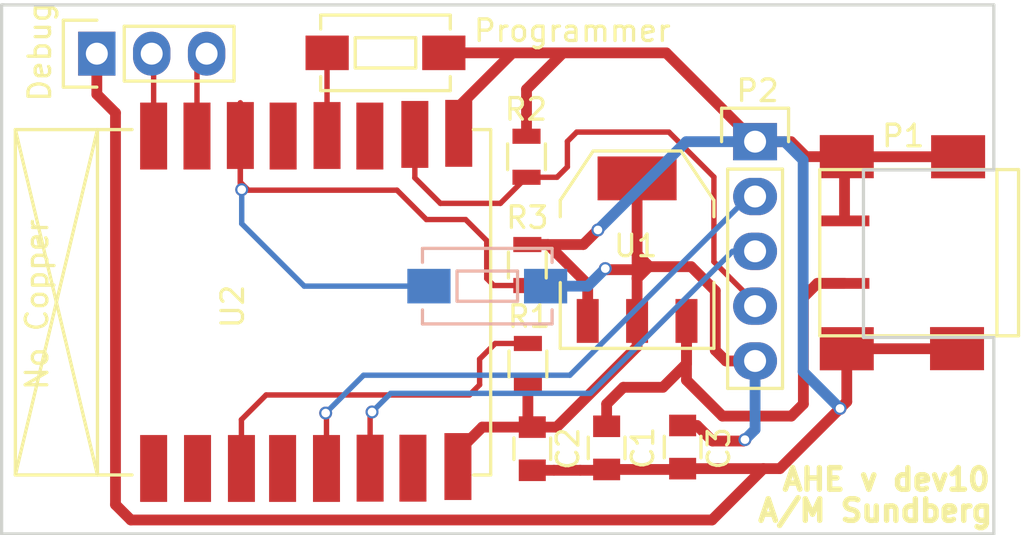
<source format=kicad_pcb>
(kicad_pcb (version 4) (host pcbnew 4.0.4-stable)

  (general
    (links 33)
    (no_connects 0)
    (area 157.5391 86.3629 206.116001 121.3567)
    (thickness 1.6)
    (drawings 11)
    (tracks 151)
    (zones 0)
    (modules 13)
    (nets 12)
  )

  (page A4)
  (layers
    (0 F.Cu signal)
    (31 B.Cu signal)
    (32 B.Adhes user)
    (33 F.Adhes user)
    (34 B.Paste user)
    (35 F.Paste user)
    (36 B.SilkS user)
    (37 F.SilkS user)
    (38 B.Mask user)
    (39 F.Mask user)
    (40 Dwgs.User user)
    (41 Cmts.User user)
    (42 Eco1.User user)
    (43 Eco2.User user)
    (44 Edge.Cuts user)
    (45 Margin user)
    (46 B.CrtYd user)
    (47 F.CrtYd user)
    (48 B.Fab user)
    (49 F.Fab user)
  )

  (setup
    (last_trace_width 0.25)
    (trace_clearance 0.2)
    (zone_clearance 0.508)
    (zone_45_only no)
    (trace_min 0.2)
    (segment_width 0.2)
    (edge_width 0.15)
    (via_size 0.6)
    (via_drill 0.4)
    (via_min_size 0.4)
    (via_min_drill 0.3)
    (uvia_size 0.3)
    (uvia_drill 0.1)
    (uvias_allowed no)
    (uvia_min_size 0.2)
    (uvia_min_drill 0.1)
    (pcb_text_width 0.3)
    (pcb_text_size 1.5 1.5)
    (mod_edge_width 0.15)
    (mod_text_size 1 1)
    (mod_text_width 0.15)
    (pad_size 1.524 1.524)
    (pad_drill 0.762)
    (pad_to_mask_clearance 0.2)
    (aux_axis_origin 0 0)
    (visible_elements 7FFFFFFF)
    (pcbplotparams
      (layerselection 0x00030_80000001)
      (usegerberextensions false)
      (excludeedgelayer true)
      (linewidth 0.100000)
      (plotframeref false)
      (viasonmask false)
      (mode 1)
      (useauxorigin false)
      (hpglpennumber 1)
      (hpglpenspeed 20)
      (hpglpendiameter 15)
      (hpglpenoverlay 2)
      (psnegative false)
      (psa4output false)
      (plotreference true)
      (plotvalue true)
      (plotinvisibletext false)
      (padsonsilk false)
      (subtractmaskfromsilk false)
      (outputformat 1)
      (mirror false)
      (drillshape 1)
      (scaleselection 1)
      (outputdirectory ""))
  )

  (net 0 "")
  (net 1 +5V)
  (net 2 GND)
  (net 3 VCC)
  (net 4 "Net-(JP1-Pad1)")
  (net 5 SCLK)
  (net 6 MISO)
  (net 7 SS)
  (net 8 RX)
  (net 9 TX)
  (net 10 "Net-(R1-Pad1)")
  (net 11 "Net-(R3-Pad2)")

  (net_class Default "This is the default net class."
    (clearance 0.2)
    (trace_width 0.25)
    (via_dia 0.6)
    (via_drill 0.4)
    (uvia_dia 0.3)
    (uvia_drill 0.1)
    (add_net MISO)
    (add_net "Net-(JP1-Pad1)")
    (add_net "Net-(R1-Pad1)")
    (add_net "Net-(R3-Pad2)")
    (add_net RX)
    (add_net SCLK)
    (add_net SS)
    (add_net TX)
  )

  (net_class Gnd ""
    (clearance 0.2)
    (trace_width 0.5)
    (via_dia 0.6)
    (via_drill 0.4)
    (uvia_dia 0.3)
    (uvia_drill 0.1)
    (add_net +5V)
    (add_net GND)
    (add_net VCC)
  )

  (module ASKicadLib:USB_Mini-B_AS (layer F.Cu) (tedit 5842F73B) (tstamp 5842B4F7)
    (at 201.676 102.4509 180)
    (descr "USB Mini-B 5-pin SMD connector")
    (tags "USB USB_B USB_Mini connector")
    (path /5824E589)
    (attr smd)
    (fp_text reference P1 (at 0.7366 5.4102 180) (layer F.SilkS)
      (effects (font (size 1 1) (thickness 0.15)))
    )
    (fp_text value Power (at 32.0167 -5.7531 180) (layer F.Fab) hide
      (effects (font (size 1 1) (thickness 0.15)))
    )
    (fp_line (start -4.85 -5.7) (end 4.85 -5.7) (layer F.CrtYd) (width 0.05))
    (fp_line (start 4.85 -5.7) (end 4.85 5.7) (layer F.CrtYd) (width 0.05))
    (fp_line (start 4.85 5.7) (end -4.85 5.7) (layer F.CrtYd) (width 0.05))
    (fp_line (start -4.85 5.7) (end -4.85 -5.7) (layer F.CrtYd) (width 0.05))
    (fp_line (start -3.59918 -3.85064) (end -3.59918 3.85064) (layer F.SilkS) (width 0.15))
    (fp_line (start -4.59994 -3.85064) (end -4.59994 3.85064) (layer F.SilkS) (width 0.15))
    (fp_line (start -4.59994 3.85064) (end 4.59994 3.85064) (layer F.SilkS) (width 0.15))
    (fp_line (start 4.59994 3.85064) (end 4.59994 -3.85064) (layer F.SilkS) (width 0.15))
    (fp_line (start 4.59994 -3.85064) (end -4.59994 -3.85064) (layer F.SilkS) (width 0.15))
    (pad 1 smd rect (at 3.4544 -1.4224 180) (size 2.30124 0.50038) (layers F.Cu F.Paste F.Mask)
      (net 1 +5V))
    (pad 5 smd rect (at 3.4544 1.4732 180) (size 2.30124 0.50038) (layers F.Cu F.Paste F.Mask)
      (net 2 GND))
    (pad 6 smd rect (at 3.35026 -4.45008 180) (size 2.49936 1.99898) (layers F.Cu F.Paste F.Mask)
      (net 2 GND))
    (pad 6 smd rect (at -1.7526 -4.445 180) (size 2.49936 1.99898) (layers F.Cu F.Paste F.Mask)
      (net 2 GND))
    (pad 6 smd rect (at 3.35026 4.45008 180) (size 2.49936 1.99898) (layers F.Cu F.Paste F.Mask)
      (net 2 GND))
    (pad 6 smd rect (at -1.8034 4.445 180) (size 2.49936 1.99898) (layers F.Cu F.Paste F.Mask)
      (net 2 GND))
  )

  (module Capacitors_SMD:C_0805 (layer F.Cu) (tedit 5842F70B) (tstamp 583B2021)
    (at 187.2107 111.4933 270)
    (descr "Capacitor SMD 0805, reflow soldering, AVX (see smccp.pdf)")
    (tags "capacitor 0805")
    (path /5824E356)
    (attr smd)
    (fp_text reference C1 (at 0 -1.6764 270) (layer F.SilkS)
      (effects (font (size 1 1) (thickness 0.15)))
    )
    (fp_text value C (at -2.6416 18.1229 270) (layer F.Fab) hide
      (effects (font (size 1 1) (thickness 0.15)))
    )
    (fp_line (start -1 0.625) (end -1 -0.625) (layer F.Fab) (width 0.15))
    (fp_line (start 1 0.625) (end -1 0.625) (layer F.Fab) (width 0.15))
    (fp_line (start 1 -0.625) (end 1 0.625) (layer F.Fab) (width 0.15))
    (fp_line (start -1 -0.625) (end 1 -0.625) (layer F.Fab) (width 0.15))
    (fp_line (start -1.8 -1) (end 1.8 -1) (layer F.CrtYd) (width 0.05))
    (fp_line (start -1.8 1) (end 1.8 1) (layer F.CrtYd) (width 0.05))
    (fp_line (start -1.8 -1) (end -1.8 1) (layer F.CrtYd) (width 0.05))
    (fp_line (start 1.8 -1) (end 1.8 1) (layer F.CrtYd) (width 0.05))
    (fp_line (start 0.5 -0.85) (end -0.5 -0.85) (layer F.SilkS) (width 0.15))
    (fp_line (start -0.5 0.85) (end 0.5 0.85) (layer F.SilkS) (width 0.15))
    (pad 1 smd rect (at -1 0 270) (size 1 1.25) (layers F.Cu F.Paste F.Mask)
      (net 1 +5V))
    (pad 2 smd rect (at 1 0 270) (size 1 1.25) (layers F.Cu F.Paste F.Mask)
      (net 2 GND))
    (model Capacitors_SMD.3dshapes/C_0805.wrl
      (at (xyz 0 0 0))
      (scale (xyz 1 1 1))
      (rotate (xyz 0 0 0))
    )
  )

  (module Capacitors_SMD:C_0805 (layer F.Cu) (tedit 5842F708) (tstamp 583B2027)
    (at 183.769 111.5314 270)
    (descr "Capacitor SMD 0805, reflow soldering, AVX (see smccp.pdf)")
    (tags "capacitor 0805")
    (path /5824E3C5)
    (attr smd)
    (fp_text reference C2 (at 0 -1.651 270) (layer F.SilkS)
      (effects (font (size 1 1) (thickness 0.15)))
    )
    (fp_text value C (at -2.7559 14.7193 270) (layer F.Fab) hide
      (effects (font (size 1 1) (thickness 0.15)))
    )
    (fp_line (start -1 0.625) (end -1 -0.625) (layer F.Fab) (width 0.15))
    (fp_line (start 1 0.625) (end -1 0.625) (layer F.Fab) (width 0.15))
    (fp_line (start 1 -0.625) (end 1 0.625) (layer F.Fab) (width 0.15))
    (fp_line (start -1 -0.625) (end 1 -0.625) (layer F.Fab) (width 0.15))
    (fp_line (start -1.8 -1) (end 1.8 -1) (layer F.CrtYd) (width 0.05))
    (fp_line (start -1.8 1) (end 1.8 1) (layer F.CrtYd) (width 0.05))
    (fp_line (start -1.8 -1) (end -1.8 1) (layer F.CrtYd) (width 0.05))
    (fp_line (start 1.8 -1) (end 1.8 1) (layer F.CrtYd) (width 0.05))
    (fp_line (start 0.5 -0.85) (end -0.5 -0.85) (layer F.SilkS) (width 0.15))
    (fp_line (start -0.5 0.85) (end 0.5 0.85) (layer F.SilkS) (width 0.15))
    (pad 1 smd rect (at -1 0 270) (size 1 1.25) (layers F.Cu F.Paste F.Mask)
      (net 3 VCC))
    (pad 2 smd rect (at 1 0 270) (size 1 1.25) (layers F.Cu F.Paste F.Mask)
      (net 2 GND))
    (model Capacitors_SMD.3dshapes/C_0805.wrl
      (at (xyz 0 0 0))
      (scale (xyz 1 1 1))
      (rotate (xyz 0 0 0))
    )
  )

  (module Pin_Headers:Pin_Header_Straight_1x05 (layer F.Cu) (tedit 5842F73E) (tstamp 583B2043)
    (at 194.0814 97.3074)
    (descr "Through hole pin header")
    (tags "pin header")
    (path /5824E6C8)
    (fp_text reference P2 (at 0.1143 -2.3622) (layer F.SilkS)
      (effects (font (size 1 1) (thickness 0.15)))
    )
    (fp_text value Audio (at -24.9555 11.2014) (layer F.Fab) hide
      (effects (font (size 1 1) (thickness 0.15)))
    )
    (fp_line (start -1.55 0) (end -1.55 -1.55) (layer F.SilkS) (width 0.15))
    (fp_line (start -1.55 -1.55) (end 1.55 -1.55) (layer F.SilkS) (width 0.15))
    (fp_line (start 1.55 -1.55) (end 1.55 0) (layer F.SilkS) (width 0.15))
    (fp_line (start -1.75 -1.75) (end -1.75 11.95) (layer F.CrtYd) (width 0.05))
    (fp_line (start 1.75 -1.75) (end 1.75 11.95) (layer F.CrtYd) (width 0.05))
    (fp_line (start -1.75 -1.75) (end 1.75 -1.75) (layer F.CrtYd) (width 0.05))
    (fp_line (start -1.75 11.95) (end 1.75 11.95) (layer F.CrtYd) (width 0.05))
    (fp_line (start 1.27 1.27) (end 1.27 11.43) (layer F.SilkS) (width 0.15))
    (fp_line (start 1.27 11.43) (end -1.27 11.43) (layer F.SilkS) (width 0.15))
    (fp_line (start -1.27 11.43) (end -1.27 1.27) (layer F.SilkS) (width 0.15))
    (fp_line (start 1.27 1.27) (end -1.27 1.27) (layer F.SilkS) (width 0.15))
    (pad 1 thru_hole rect (at 0 0) (size 2.032 1.7272) (drill 1.016) (layers *.Cu *.Mask)
      (net 2 GND))
    (pad 2 thru_hole oval (at 0 2.54) (size 2.032 1.7272) (drill 1.016) (layers *.Cu *.Mask)
      (net 5 SCLK))
    (pad 3 thru_hole oval (at 0 5.08) (size 2.032 1.7272) (drill 1.016) (layers *.Cu *.Mask)
      (net 6 MISO))
    (pad 4 thru_hole oval (at 0 7.62) (size 2.032 1.7272) (drill 1.016) (layers *.Cu *.Mask)
      (net 7 SS))
    (pad 5 thru_hole oval (at 0 10.16) (size 2.032 1.7272) (drill 1.016) (layers *.Cu *.Mask)
      (net 3 VCC))
    (model Pin_Headers.3dshapes/Pin_Header_Straight_1x05.wrl
      (at (xyz 0 -0.2 0))
      (scale (xyz 1 1 1))
      (rotate (xyz 0 0 90))
    )
  )

  (module Resistors_SMD:R_0805 (layer F.Cu) (tedit 5842FDFB) (tstamp 583B2050)
    (at 183.5658 107.6071 270)
    (descr "Resistor SMD 0805, reflow soldering, Vishay (see dcrcw.pdf)")
    (tags "resistor 0805")
    (path /5824D0BF)
    (attr smd)
    (fp_text reference R1 (at -2.1971 -0.0508 360) (layer F.SilkS)
      (effects (font (size 1 1) (thickness 0.15)))
    )
    (fp_text value 10k (at 0.2413 12.79652 270) (layer F.Fab) hide
      (effects (font (size 1 1) (thickness 0.15)))
    )
    (fp_line (start -1 0.625) (end -1 -0.625) (layer F.Fab) (width 0.1))
    (fp_line (start 1 0.625) (end -1 0.625) (layer F.Fab) (width 0.1))
    (fp_line (start 1 -0.625) (end 1 0.625) (layer F.Fab) (width 0.1))
    (fp_line (start -1 -0.625) (end 1 -0.625) (layer F.Fab) (width 0.1))
    (fp_line (start -1.6 -1) (end 1.6 -1) (layer F.CrtYd) (width 0.05))
    (fp_line (start -1.6 1) (end 1.6 1) (layer F.CrtYd) (width 0.05))
    (fp_line (start -1.6 -1) (end -1.6 1) (layer F.CrtYd) (width 0.05))
    (fp_line (start 1.6 -1) (end 1.6 1) (layer F.CrtYd) (width 0.05))
    (fp_line (start 0.6 0.875) (end -0.6 0.875) (layer F.SilkS) (width 0.15))
    (fp_line (start -0.6 -0.875) (end 0.6 -0.875) (layer F.SilkS) (width 0.15))
    (pad 1 smd rect (at -0.95 0 270) (size 0.7 1.3) (layers F.Cu F.Paste F.Mask)
      (net 10 "Net-(R1-Pad1)"))
    (pad 2 smd rect (at 0.95 0 270) (size 0.7 1.3) (layers F.Cu F.Paste F.Mask)
      (net 3 VCC))
    (model Resistors_SMD.3dshapes/R_0805.wrl
      (at (xyz 0 0 0))
      (scale (xyz 1 1 1))
      (rotate (xyz 0 0 0))
    )
  )

  (module Resistors_SMD:R_0805 (layer F.Cu) (tedit 5842FE9C) (tstamp 583B2056)
    (at 183.5023 98.0059 90)
    (descr "Resistor SMD 0805, reflow soldering, Vishay (see dcrcw.pdf)")
    (tags "resistor 0805")
    (path /5824D172)
    (attr smd)
    (fp_text reference R2 (at 2.1971 -0.0254 180) (layer F.SilkS)
      (effects (font (size 1 1) (thickness 0.15)))
    )
    (fp_text value 10k (at -11.15314 -14.4145 90) (layer F.Fab) hide
      (effects (font (size 1 1) (thickness 0.15)))
    )
    (fp_line (start -1 0.625) (end -1 -0.625) (layer F.Fab) (width 0.1))
    (fp_line (start 1 0.625) (end -1 0.625) (layer F.Fab) (width 0.1))
    (fp_line (start 1 -0.625) (end 1 0.625) (layer F.Fab) (width 0.1))
    (fp_line (start -1 -0.625) (end 1 -0.625) (layer F.Fab) (width 0.1))
    (fp_line (start -1.6 -1) (end 1.6 -1) (layer F.CrtYd) (width 0.05))
    (fp_line (start -1.6 1) (end 1.6 1) (layer F.CrtYd) (width 0.05))
    (fp_line (start -1.6 -1) (end -1.6 1) (layer F.CrtYd) (width 0.05))
    (fp_line (start 1.6 -1) (end 1.6 1) (layer F.CrtYd) (width 0.05))
    (fp_line (start 0.6 0.875) (end -0.6 0.875) (layer F.SilkS) (width 0.15))
    (fp_line (start -0.6 -0.875) (end 0.6 -0.875) (layer F.SilkS) (width 0.15))
    (pad 1 smd rect (at -0.95 0 90) (size 0.7 1.3) (layers F.Cu F.Paste F.Mask)
      (net 7 SS))
    (pad 2 smd rect (at 0.95 0 90) (size 0.7 1.3) (layers F.Cu F.Paste F.Mask)
      (net 2 GND))
    (model Resistors_SMD.3dshapes/R_0805.wrl
      (at (xyz 0 0 0))
      (scale (xyz 1 1 1))
      (rotate (xyz 0 0 0))
    )
  )

  (module Resistors_SMD:R_0805 (layer F.Cu) (tedit 5842FE97) (tstamp 583B205C)
    (at 183.5404 103.0224 270)
    (descr "Resistor SMD 0805, reflow soldering, Vishay (see dcrcw.pdf)")
    (tags "resistor 0805")
    (path /5824DE0A)
    (attr smd)
    (fp_text reference R3 (at -2.1971 0 360) (layer F.SilkS)
      (effects (font (size 1 1) (thickness 0.15)))
    )
    (fp_text value 10k (at 5.53212 14.31544 270) (layer F.Fab) hide
      (effects (font (size 1 1) (thickness 0.15)))
    )
    (fp_line (start -1 0.625) (end -1 -0.625) (layer F.Fab) (width 0.1))
    (fp_line (start 1 0.625) (end -1 0.625) (layer F.Fab) (width 0.1))
    (fp_line (start 1 -0.625) (end 1 0.625) (layer F.Fab) (width 0.1))
    (fp_line (start -1 -0.625) (end 1 -0.625) (layer F.Fab) (width 0.1))
    (fp_line (start -1.6 -1) (end 1.6 -1) (layer F.CrtYd) (width 0.05))
    (fp_line (start -1.6 1) (end 1.6 1) (layer F.CrtYd) (width 0.05))
    (fp_line (start -1.6 -1) (end -1.6 1) (layer F.CrtYd) (width 0.05))
    (fp_line (start 1.6 -1) (end 1.6 1) (layer F.CrtYd) (width 0.05))
    (fp_line (start 0.6 0.875) (end -0.6 0.875) (layer F.SilkS) (width 0.15))
    (fp_line (start -0.6 -0.875) (end 0.6 -0.875) (layer F.SilkS) (width 0.15))
    (pad 1 smd rect (at -0.95 0 270) (size 0.7 1.3) (layers F.Cu F.Paste F.Mask)
      (net 2 GND))
    (pad 2 smd rect (at 0.95 0 270) (size 0.7 1.3) (layers F.Cu F.Paste F.Mask)
      (net 11 "Net-(R3-Pad2)"))
    (model Resistors_SMD.3dshapes/R_0805.wrl
      (at (xyz 0 0 0))
      (scale (xyz 1 1 1))
      (rotate (xyz 0 0 0))
    )
  )

  (module TO_SOT_Packages_SMD:SOT-223 (layer F.Cu) (tedit 5842F54B) (tstamp 583B206A)
    (at 188.6204 102.3112)
    (descr "module CMS SOT223 4 pins")
    (tags "CMS SOT")
    (path /5824E18B)
    (attr smd)
    (fp_text reference U1 (at -0.0635 -0.1778) (layer F.SilkS)
      (effects (font (size 1 1) (thickness 0.15)))
    )
    (fp_text value LM1117-3.3 (at -16.0909 3.7719) (layer F.Fab) hide
      (effects (font (size 1 1) (thickness 0.15)))
    )
    (fp_line (start -3.556 1.524) (end -3.556 4.572) (layer F.SilkS) (width 0.15))
    (fp_line (start -3.556 4.572) (end 3.556 4.572) (layer F.SilkS) (width 0.15))
    (fp_line (start 3.556 4.572) (end 3.556 1.524) (layer F.SilkS) (width 0.15))
    (fp_line (start -3.556 -1.524) (end -3.556 -2.286) (layer F.SilkS) (width 0.15))
    (fp_line (start -3.556 -2.286) (end -2.032 -4.572) (layer F.SilkS) (width 0.15))
    (fp_line (start -2.032 -4.572) (end 2.032 -4.572) (layer F.SilkS) (width 0.15))
    (fp_line (start 2.032 -4.572) (end 3.556 -2.286) (layer F.SilkS) (width 0.15))
    (fp_line (start 3.556 -2.286) (end 3.556 -1.524) (layer F.SilkS) (width 0.15))
    (pad 4 smd rect (at 0 -3.302) (size 3.6576 2.032) (layers F.Cu F.Paste F.Mask)
      (net 3 VCC))
    (pad 2 smd rect (at 0 3.302) (size 1.016 2.032) (layers F.Cu F.Paste F.Mask)
      (net 3 VCC))
    (pad 3 smd rect (at 2.286 3.302) (size 1.016 2.032) (layers F.Cu F.Paste F.Mask)
      (net 1 +5V))
    (pad 1 smd rect (at -2.286 3.302) (size 1.016 2.032) (layers F.Cu F.Paste F.Mask)
      (net 2 GND))
    (model TO_SOT_Packages_SMD.3dshapes/SOT-223.wrl
      (at (xyz 0 0 0))
      (scale (xyz 0.4 0.4 0.4))
      (rotate (xyz 0 0 0))
    )
  )

  (module dev_02_kicad:ESP-07v2 (layer F.Cu) (tedit 5842F702) (tstamp 583B207E)
    (at 166.243 111.7473 90)
    (descr "Module, ESP-8266, ESP-07v2, 16 pad, SMD")
    (tags "Module ESP-8266 ESP8266")
    (path /5824CC2A)
    (fp_text reference U2 (at 6.8072 3.6576 270) (layer F.SilkS)
      (effects (font (size 1 1) (thickness 0.15)))
    )
    (fp_text value ESP-07v2 (at 3.0099 3.2385 180) (layer F.Fab) hide
      (effects (font (size 1 1) (thickness 0.15)))
    )
    (fp_line (start -2.25 -0.5) (end -2.25 -6.65) (layer F.CrtYd) (width 0.05))
    (fp_line (start -2.25 -6.65) (end 16.25 -6.65) (layer F.CrtYd) (width 0.05))
    (fp_line (start 16.25 -6.65) (end 16.25 16) (layer F.CrtYd) (width 0.05))
    (fp_line (start 16.25 16) (end -2.25 16) (layer F.CrtYd) (width 0.05))
    (fp_line (start -2.25 16) (end -2.25 -0.5) (layer F.CrtYd) (width 0.05))
    (fp_line (start -1 -6.4) (end 15 -6.4) (layer F.SilkS) (width 0.1524))
    (fp_line (start 15 -6.4) (end 15 -1) (layer F.SilkS) (width 0.1524))
    (fp_line (start -1 -6.4) (end -1 -1) (layer F.SilkS) (width 0.1524))
    (fp_line (start -1 14.8) (end -1 15.6) (layer F.SilkS) (width 0.1524))
    (fp_line (start -1 15.6) (end 15 15.6) (layer F.SilkS) (width 0.1524))
    (fp_line (start 15 15.6) (end 15 14.8) (layer F.SilkS) (width 0.1524))
    (fp_line (start 15 -6.4) (end -1 -2.6) (layer F.SilkS) (width 0.1524))
    (fp_line (start -1 -6.4) (end 15 -2.6) (layer F.SilkS) (width 0.1524))
    (fp_text user "No Copper" (at 6.892 -5.4 90) (layer F.SilkS)
      (effects (font (size 1 1) (thickness 0.15)))
    )
    (fp_line (start -1.008 -2.6) (end 14.992 -2.6) (layer F.SilkS) (width 0.1524))
    (fp_line (start 15 -6.4) (end 15 15.6) (layer F.Fab) (width 0.05))
    (fp_line (start 15 15.6) (end -1 15.6) (layer F.Fab) (width 0.05))
    (fp_line (start -1.008 15.6) (end -1.008 -6.4) (layer F.Fab) (width 0.05))
    (fp_line (start -1 -6.4) (end 15 -6.4) (layer F.Fab) (width 0.05))
    (pad 9 smd rect (at 14.127 14.1224 90) (size 3.1 1.25) (drill (offset 0.7 0)) (layers F.Cu F.Paste F.Mask)
      (net 2 GND))
    (pad 10 smd rect (at 14.0762 12.0904 90) (size 3.1 1.25) (drill (offset 0.7 0)) (layers F.Cu F.Paste F.Mask)
      (net 7 SS))
    (pad 11 smd rect (at 14 10.0076 90) (size 3.1 1.25) (drill (offset 0.7 0)) (layers F.Cu F.Paste F.Mask))
    (pad 12 smd rect (at 14.0254 8.0264 90) (size 3.1 1.25) (drill (offset 0.7 0)) (layers F.Cu F.Paste F.Mask)
      (net 4 "Net-(JP1-Pad1)"))
    (pad 13 smd rect (at 14 5.9944 90) (size 3.1 1.25) (drill (offset 0.7 0)) (layers F.Cu F.Paste F.Mask))
    (pad 14 smd rect (at 14.0254 4.0132 90) (size 3.1 1.25) (drill (offset 0.7 0)) (layers F.Cu F.Paste F.Mask)
      (net 11 "Net-(R3-Pad2)"))
    (pad 15 smd rect (at 14 2.0066 90) (size 3.1 1.25) (drill (offset 0.7 0)) (layers F.Cu F.Paste F.Mask)
      (net 9 TX))
    (pad 8 smd rect (at 0.0889 14.0843 90) (size 3.1 1.25) (drill (offset -0.7 0)) (layers F.Cu F.Paste F.Mask)
      (net 3 VCC))
    (pad 7 smd rect (at 0.0127 12.0015 90) (size 3.1 1.25) (drill (offset -0.7 0)) (layers F.Cu F.Paste F.Mask))
    (pad 6 smd rect (at 0.0127 10.0203 90) (size 3.1 1.25) (drill (offset -0.7 0)) (layers F.Cu F.Paste F.Mask)
      (net 6 MISO))
    (pad 5 smd rect (at 0 8.001 90) (size 3.1 1.25) (drill (offset -0.7 0)) (layers F.Cu F.Paste F.Mask)
      (net 5 SCLK))
    (pad 4 smd rect (at 0 5.969 90) (size 3.1 1.25) (drill (offset -0.7 0)) (layers F.Cu F.Paste F.Mask))
    (pad 3 smd rect (at 0 4.064 90) (size 3.1 1.25) (drill (offset -0.7 0)) (layers F.Cu F.Paste F.Mask)
      (net 10 "Net-(R1-Pad1)"))
    (pad 2 smd rect (at 0 2.032 90) (size 3.1 1.25) (drill (offset -0.7 0)) (layers F.Cu F.Paste F.Mask))
    (pad 1 smd rect (at 0 0 90) (size 3.1 1.25) (drill (offset -0.7 0)) (layers F.Cu F.Paste F.Mask))
    (pad 16 smd rect (at 14 0 90) (size 3.1 1.25) (drill (offset 0.7 0)) (layers F.Cu F.Paste F.Mask)
      (net 8 RX))
    (model ${ESPLIB}/ESP8266.3dshapes/ESP-07v2.wrl
      (at (xyz 0 0 0))
      (scale (xyz 0.3937 0.3937 0.3937))
      (rotate (xyz 0 0 0))
    )
  )

  (module Capacitors_SMD:C_0805 (layer F.Cu) (tedit 5842F742) (tstamp 5842B22A)
    (at 190.7286 111.4552 90)
    (descr "Capacitor SMD 0805, reflow soldering, AVX (see smccp.pdf)")
    (tags "capacitor 0805")
    (path /5842B5B0)
    (attr smd)
    (fp_text reference C3 (at -0.0635 1.6764 90) (layer F.SilkS)
      (effects (font (size 1 1) (thickness 0.15)))
    )
    (fp_text value ,1uF (at 2.3749 -21.1963 180) (layer F.Fab) hide
      (effects (font (size 1 1) (thickness 0.15)))
    )
    (fp_line (start -1 0.625) (end -1 -0.625) (layer F.Fab) (width 0.15))
    (fp_line (start 1 0.625) (end -1 0.625) (layer F.Fab) (width 0.15))
    (fp_line (start 1 -0.625) (end 1 0.625) (layer F.Fab) (width 0.15))
    (fp_line (start -1 -0.625) (end 1 -0.625) (layer F.Fab) (width 0.15))
    (fp_line (start -1.8 -1) (end 1.8 -1) (layer F.CrtYd) (width 0.05))
    (fp_line (start -1.8 1) (end 1.8 1) (layer F.CrtYd) (width 0.05))
    (fp_line (start -1.8 -1) (end -1.8 1) (layer F.CrtYd) (width 0.05))
    (fp_line (start 1.8 -1) (end 1.8 1) (layer F.CrtYd) (width 0.05))
    (fp_line (start 0.5 -0.85) (end -0.5 -0.85) (layer F.SilkS) (width 0.15))
    (fp_line (start -0.5 0.85) (end 0.5 0.85) (layer F.SilkS) (width 0.15))
    (pad 1 smd rect (at -1 0 90) (size 1 1.25) (layers F.Cu F.Paste F.Mask)
      (net 2 GND))
    (pad 2 smd rect (at 1 0 90) (size 1 1.25) (layers F.Cu F.Paste F.Mask)
      (net 3 VCC))
    (model Capacitors_SMD.3dshapes/C_0805.wrl
      (at (xyz 0 0 0))
      (scale (xyz 1 1 1))
      (rotate (xyz 0 0 0))
    )
  )

  (module Buttons_Switches_SMD:SW_SPST_EVQPE1 (layer F.Cu) (tedit 5842FE9E) (tstamp 5842B23E)
    (at 176.9745 93.1926)
    (descr "Light Touch Switch")
    (path /5824DC06)
    (attr smd)
    (fp_text reference Programmer (at 8.6487 -1.0287) (layer F.SilkS)
      (effects (font (size 1 1) (thickness 0.15)))
    )
    (fp_text value Program (at -5.8293 14.06144) (layer F.Fab) hide
      (effects (font (size 1 1) (thickness 0.15)))
    )
    (fp_line (start -1.4 -0.7) (end 1.4 -0.7) (layer F.SilkS) (width 0.15))
    (fp_line (start 1.4 -0.7) (end 1.4 0.7) (layer F.SilkS) (width 0.15))
    (fp_line (start 1.4 0.7) (end -1.4 0.7) (layer F.SilkS) (width 0.15))
    (fp_line (start -1.4 0.7) (end -1.4 -0.7) (layer F.SilkS) (width 0.15))
    (fp_line (start -3.95 -2) (end 3.95 -2) (layer F.CrtYd) (width 0.05))
    (fp_line (start 3.95 -2) (end 3.95 2) (layer F.CrtYd) (width 0.05))
    (fp_line (start 3.95 2) (end -3.95 2) (layer F.CrtYd) (width 0.05))
    (fp_line (start -3.95 2) (end -3.95 -2) (layer F.CrtYd) (width 0.05))
    (fp_line (start 3 -1.75) (end 3 -1.1) (layer F.SilkS) (width 0.15))
    (fp_line (start 3 1.75) (end 3 1.1) (layer F.SilkS) (width 0.15))
    (fp_line (start -3 1.1) (end -3 1.75) (layer F.SilkS) (width 0.15))
    (fp_line (start -3 -1.75) (end -3 -1.1) (layer F.SilkS) (width 0.15))
    (fp_line (start 3 -1.75) (end -3 -1.75) (layer F.SilkS) (width 0.15))
    (fp_line (start -3 1.75) (end 3 1.75) (layer F.SilkS) (width 0.15))
    (pad 2 smd rect (at 2.7 0) (size 2 1.6) (layers F.Cu F.Paste F.Mask)
      (net 2 GND))
    (pad 1 smd rect (at -2.7 0) (size 2 1.6) (layers F.Cu F.Paste F.Mask)
      (net 4 "Net-(JP1-Pad1)"))
  )

  (module Pin_Headers:Pin_Header_Straight_1x03 (layer F.Cu) (tedit 5842F751) (tstamp 5842B250)
    (at 163.6141 93.2307 90)
    (descr "Through hole pin header")
    (tags "pin header")
    (path /5824E9F1)
    (fp_text reference Debug (at 0.0762 -2.6416 270) (layer F.SilkS)
      (effects (font (size 1 1) (thickness 0.15)))
    )
    (fp_text value Debug (at -15.2019 6.1595 180) (layer F.Fab) hide
      (effects (font (size 1 1) (thickness 0.15)))
    )
    (fp_line (start -1.75 -1.75) (end -1.75 6.85) (layer F.CrtYd) (width 0.05))
    (fp_line (start 1.75 -1.75) (end 1.75 6.85) (layer F.CrtYd) (width 0.05))
    (fp_line (start -1.75 -1.75) (end 1.75 -1.75) (layer F.CrtYd) (width 0.05))
    (fp_line (start -1.75 6.85) (end 1.75 6.85) (layer F.CrtYd) (width 0.05))
    (fp_line (start -1.27 1.27) (end -1.27 6.35) (layer F.SilkS) (width 0.15))
    (fp_line (start -1.27 6.35) (end 1.27 6.35) (layer F.SilkS) (width 0.15))
    (fp_line (start 1.27 6.35) (end 1.27 1.27) (layer F.SilkS) (width 0.15))
    (fp_line (start 1.55 -1.55) (end 1.55 0) (layer F.SilkS) (width 0.15))
    (fp_line (start 1.27 1.27) (end -1.27 1.27) (layer F.SilkS) (width 0.15))
    (fp_line (start -1.55 0) (end -1.55 -1.55) (layer F.SilkS) (width 0.15))
    (fp_line (start -1.55 -1.55) (end 1.55 -1.55) (layer F.SilkS) (width 0.15))
    (pad 1 thru_hole rect (at 0 0 90) (size 2.032 1.7272) (drill 1.016) (layers *.Cu *.Mask)
      (net 2 GND))
    (pad 2 thru_hole oval (at 0 2.54 90) (size 2.032 1.7272) (drill 1.016) (layers *.Cu *.Mask)
      (net 8 RX))
    (pad 3 thru_hole oval (at 0 5.08 90) (size 2.032 1.7272) (drill 1.016) (layers *.Cu *.Mask)
      (net 9 TX))
    (model Pin_Headers.3dshapes/Pin_Header_Straight_1x03.wrl
      (at (xyz 0 -0.1 0))
      (scale (xyz 1 1 1))
      (rotate (xyz 0 0 90))
    )
  )

  (module Buttons_Switches_SMD:SW_SPST_EVQPE1 (layer B.Cu) (tedit 5842FD3D) (tstamp 5842B32A)
    (at 181.6862 104.0003)
    (descr "Light Touch Switch")
    (path /5824DEE2)
    (attr smd)
    (fp_text reference SW1 (at -10.80516 2.89814) (layer B.SilkS) hide
      (effects (font (size 1 1) (thickness 0.15)) (justify mirror))
    )
    (fp_text value WifiRst (at 0 -3) (layer B.Fab)
      (effects (font (size 1 1) (thickness 0.15)) (justify mirror))
    )
    (fp_line (start -1.4 0.7) (end 1.4 0.7) (layer B.SilkS) (width 0.15))
    (fp_line (start 1.4 0.7) (end 1.4 -0.7) (layer B.SilkS) (width 0.15))
    (fp_line (start 1.4 -0.7) (end -1.4 -0.7) (layer B.SilkS) (width 0.15))
    (fp_line (start -1.4 -0.7) (end -1.4 0.7) (layer B.SilkS) (width 0.15))
    (fp_line (start -3.95 2) (end 3.95 2) (layer B.CrtYd) (width 0.05))
    (fp_line (start 3.95 2) (end 3.95 -2) (layer B.CrtYd) (width 0.05))
    (fp_line (start 3.95 -2) (end -3.95 -2) (layer B.CrtYd) (width 0.05))
    (fp_line (start -3.95 -2) (end -3.95 2) (layer B.CrtYd) (width 0.05))
    (fp_line (start 3 1.75) (end 3 1.1) (layer B.SilkS) (width 0.15))
    (fp_line (start 3 -1.75) (end 3 -1.1) (layer B.SilkS) (width 0.15))
    (fp_line (start -3 -1.1) (end -3 -1.75) (layer B.SilkS) (width 0.15))
    (fp_line (start -3 1.75) (end -3 1.1) (layer B.SilkS) (width 0.15))
    (fp_line (start 3 1.75) (end -3 1.75) (layer B.SilkS) (width 0.15))
    (fp_line (start -3 -1.75) (end 3 -1.75) (layer B.SilkS) (width 0.15))
    (pad 2 smd rect (at 2.7 0) (size 2 1.6) (layers B.Cu B.Paste B.Mask)
      (net 3 VCC))
    (pad 1 smd rect (at -2.7 0) (size 2 1.6) (layers B.Cu B.Paste B.Mask)
      (net 11 "Net-(R3-Pad2)"))
  )

  (gr_text "A/M Sundberg" (at 199.644 114.4016) (layer F.SilkS)
    (effects (font (size 1 1) (thickness 0.25)))
  )
  (gr_text "AHE v dev10" (at 200.152 112.95888) (layer F.SilkS)
    (effects (font (size 1 1) (thickness 0.25)))
  )
  (gr_line (start 159.2072 90.9701) (end 159.3088 90.9701) (angle 90) (layer Edge.Cuts) (width 0.15))
  (gr_line (start 159.2072 115.4811) (end 159.2072 90.9701) (angle 90) (layer Edge.Cuts) (width 0.15))
  (gr_line (start 205.1304 115.4811) (end 159.2072 115.4811) (angle 90) (layer Edge.Cuts) (width 0.15))
  (gr_line (start 205.1304 106.3752) (end 205.1304 115.4811) (angle 90) (layer Edge.Cuts) (width 0.15))
  (gr_line (start 199.0979 106.3752) (end 205.1304 106.3752) (angle 90) (layer Edge.Cuts) (width 0.15))
  (gr_line (start 199.0979 98.6155) (end 199.0979 106.3752) (angle 90) (layer Edge.Cuts) (width 0.15))
  (gr_line (start 205.1304 98.6155) (end 199.0979 98.6155) (angle 90) (layer Edge.Cuts) (width 0.15))
  (gr_line (start 205.1304 90.9701) (end 205.1304 98.6155) (angle 90) (layer Edge.Cuts) (width 0.15))
  (gr_line (start 159.258 90.9701) (end 205.1304 90.9701) (angle 90) (layer Edge.Cuts) (width 0.15))

  (segment (start 190.9064 105.6132) (end 190.9064 108.3564) (width 0.5) (layer F.Cu) (net 1))
  (segment (start 196.9643 103.8733) (end 198.2216 103.8733) (width 0.5) (layer F.Cu) (net 1) (tstamp 5842F95E))
  (segment (start 196.3166 104.521) (end 196.9643 103.8733) (width 0.5) (layer F.Cu) (net 1) (tstamp 5842F95D))
  (segment (start 196.3166 109.4613) (end 196.3166 104.521) (width 0.5) (layer F.Cu) (net 1) (tstamp 5842F95C))
  (segment (start 195.7578 110.0201) (end 196.3166 109.4613) (width 0.5) (layer F.Cu) (net 1) (tstamp 5842F95B))
  (segment (start 192.5701 110.0201) (end 195.7578 110.0201) (width 0.5) (layer F.Cu) (net 1) (tstamp 5842F95A))
  (segment (start 190.9064 108.3564) (end 192.5701 110.0201) (width 0.5) (layer F.Cu) (net 1) (tstamp 5842F959))
  (segment (start 187.2107 110.4933) (end 187.2107 109.4613) (width 0.5) (layer F.Cu) (net 1))
  (segment (start 190.9064 107.5944) (end 190.9064 105.6132) (width 0.5) (layer F.Cu) (net 1) (tstamp 5842F956))
  (segment (start 189.8142 108.6866) (end 190.9064 107.5944) (width 0.5) (layer F.Cu) (net 1) (tstamp 5842F955))
  (segment (start 187.9854 108.6866) (end 189.8142 108.6866) (width 0.5) (layer F.Cu) (net 1) (tstamp 5842F954))
  (segment (start 187.2107 109.4613) (end 187.9854 108.6866) (width 0.5) (layer F.Cu) (net 1) (tstamp 5842F953))
  (segment (start 183.5404 102.0724) (end 186.13124 102.0724) (width 0.5) (layer F.Cu) (net 2) (status 400000))
  (segment (start 190.89624 97.3074) (end 194.0814 97.3074) (width 0.5) (layer B.Cu) (net 2) (tstamp 5842FED2) (status 800000))
  (segment (start 186.80684 101.3968) (end 190.89624 97.3074) (width 0.5) (layer B.Cu) (net 2) (tstamp 5842FED1))
  (via (at 186.80684 101.3968) (size 0.6) (drill 0.4) (layers F.Cu B.Cu) (net 2))
  (segment (start 186.13124 102.0724) (end 186.80684 101.3968) (width 0.5) (layer F.Cu) (net 2) (tstamp 5842FECC))
  (segment (start 198.32574 106.90098) (end 198.32574 109.35462) (width 0.5) (layer F.Cu) (net 2) (status 400000))
  (segment (start 198.32574 109.35462) (end 198.01332 109.66704) (width 0.5) (layer F.Cu) (net 2) (tstamp 5842FDEC))
  (segment (start 194.4657 112.4552) (end 195.22516 112.4552) (width 0.5) (layer F.Cu) (net 2))
  (segment (start 195.453 97.3074) (end 194.0814 97.3074) (width 0.5) (layer B.Cu) (net 2) (tstamp 5842FDE6) (status 800000))
  (via (at 198.01332 109.66704) (size 0.6) (drill 0.4) (layers F.Cu B.Cu) (net 2))
  (segment (start 198.01332 109.66704) (end 196.30644 107.96016) (width 0.5) (layer B.Cu) (net 2) (tstamp 5842FDDD))
  (segment (start 196.30644 107.96016) (end 196.30644 98.16084) (width 0.5) (layer B.Cu) (net 2) (tstamp 5842FDDE))
  (segment (start 196.30644 98.16084) (end 195.453 97.3074) (width 0.5) (layer B.Cu) (net 2) (tstamp 5842FDE2))
  (segment (start 195.22516 112.4552) (end 198.01332 109.66704) (width 0.5) (layer F.Cu) (net 2) (tstamp 5842FDD6))
  (segment (start 163.6141 93.2307) (end 163.6141 95.1103) (width 0.5) (layer F.Cu) (net 2) (status 400000))
  (segment (start 192.0875 114.8334) (end 194.4657 112.4552) (width 0.5) (layer F.Cu) (net 2) (tstamp 5842FCEE))
  (segment (start 165.1889 114.8334) (end 192.0875 114.8334) (width 0.5) (layer F.Cu) (net 2) (tstamp 5842FCE6))
  (segment (start 164.4777 114.1222) (end 165.1889 114.8334) (width 0.5) (layer F.Cu) (net 2) (tstamp 5842FCE5))
  (segment (start 164.4777 95.9739) (end 164.4777 114.1222) (width 0.5) (layer F.Cu) (net 2) (tstamp 5842FCE4))
  (segment (start 163.6141 95.1103) (end 164.4777 95.9739) (width 0.5) (layer F.Cu) (net 2) (tstamp 5842FCE3))
  (segment (start 190.7286 112.4552) (end 194.4657 112.4552) (width 0.5) (layer F.Cu) (net 2) (status 400000))
  (segment (start 187.2107 112.4933) (end 190.6905 112.4933) (width 0.5) (layer F.Cu) (net 2) (status C00000))
  (segment (start 190.6905 112.4933) (end 190.7286 112.4552) (width 0.5) (layer F.Cu) (net 2) (tstamp 5842FBD9) (status C00000))
  (segment (start 185.9882 112.5314) (end 187.1726 112.5314) (width 0.5) (layer F.Cu) (net 2) (status 800000))
  (segment (start 187.1726 112.5314) (end 187.2107 112.4933) (width 0.5) (layer F.Cu) (net 2) (tstamp 5842FBD6) (status C00000))
  (segment (start 183.5023 97.0559) (end 183.5023 94.8817) (width 0.5) (layer F.Cu) (net 2) (status 400000))
  (segment (start 183.5023 94.8817) (end 185.1914 93.1926) (width 0.5) (layer F.Cu) (net 2) (tstamp 5842FB79))
  (segment (start 186.3344 105.6132) (end 186.3344 103.9114) (width 0.5) (layer F.Cu) (net 2))
  (segment (start 184.4954 102.0724) (end 183.5404 102.0724) (width 0.5) (layer F.Cu) (net 2) (tstamp 5842FA7B))
  (segment (start 186.3344 103.9114) (end 184.4954 102.0724) (width 0.5) (layer F.Cu) (net 2) (tstamp 5842FA78))
  (segment (start 180.3654 97.6203) (end 180.3654 95.6818) (width 0.5) (layer F.Cu) (net 2))
  (segment (start 180.3654 95.6818) (end 182.8546 93.1926) (width 0.5) (layer F.Cu) (net 2) (tstamp 5842FA40))
  (segment (start 179.6745 93.1926) (end 182.8546 93.1926) (width 0.5) (layer F.Cu) (net 2))
  (segment (start 182.8546 93.1926) (end 185.1914 93.1926) (width 0.5) (layer F.Cu) (net 2) (tstamp 5842FA43))
  (segment (start 185.1914 93.1926) (end 189.9666 93.1926) (width 0.5) (layer F.Cu) (net 2) (tstamp 5842FA3E))
  (segment (start 189.9666 93.1926) (end 194.0814 97.3074) (width 0.5) (layer F.Cu) (net 2) (tstamp 5842FA35))
  (segment (start 183.769 112.5314) (end 184.7723 112.5314) (width 0.5) (layer F.Cu) (net 2))
  (segment (start 184.7723 112.5314) (end 185.9882 112.5314) (width 0.5) (layer F.Cu) (net 2))
  (segment (start 198.32574 98.00082) (end 196.43852 98.00082) (width 0.5) (layer F.Cu) (net 2))
  (segment (start 195.7451 97.3074) (end 194.0814 97.3074) (width 0.5) (layer F.Cu) (net 2) (tstamp 5842F67D))
  (segment (start 196.43852 98.00082) (end 195.7451 97.3074) (width 0.5) (layer F.Cu) (net 2) (tstamp 5842F67C))
  (segment (start 203.4794 98.0059) (end 198.33082 98.0059) (width 0.5) (layer F.Cu) (net 2))
  (segment (start 198.33082 98.0059) (end 198.32574 98.00082) (width 0.5) (layer F.Cu) (net 2) (tstamp 5842F679))
  (segment (start 198.2216 100.9777) (end 198.2216 98.10496) (width 0.5) (layer F.Cu) (net 2))
  (segment (start 198.2216 98.10496) (end 198.32574 98.00082) (width 0.5) (layer F.Cu) (net 2) (tstamp 5842F676))
  (segment (start 197.69074 106.90098) (end 202.78852 106.90098) (width 0.5) (layer F.Cu) (net 2))
  (segment (start 202.78852 106.90098) (end 202.7936 106.8959) (width 0.5) (layer F.Cu) (net 2) (tstamp 5842F3A4))
  (segment (start 183.769 110.5314) (end 184.896 110.5314) (width 0.5) (layer F.Cu) (net 3) (status 400000))
  (segment (start 188.6204 106.807) (end 188.6204 105.6132) (width 0.5) (layer F.Cu) (net 3) (tstamp 5842FC08) (status 800000))
  (segment (start 184.896 110.5314) (end 188.6204 106.807) (width 0.5) (layer F.Cu) (net 3) (tstamp 5842FC04))
  (segment (start 184.3862 104.0003) (end 186.3344 104.0003) (width 0.5) (layer B.Cu) (net 3) (status 400000))
  (segment (start 187.198 103.2383) (end 188.6204 103.2383) (width 0.5) (layer F.Cu) (net 3) (tstamp 5842FBF4))
  (segment (start 187.1472 103.1875) (end 187.198 103.2383) (width 0.5) (layer F.Cu) (net 3) (tstamp 5842FBF3))
  (via (at 187.1472 103.1875) (size 0.6) (drill 0.4) (layers F.Cu B.Cu) (net 3))
  (segment (start 186.3344 104.0003) (end 187.1472 103.1875) (width 0.5) (layer B.Cu) (net 3) (tstamp 5842FBEB))
  (segment (start 194.0814 107.4674) (end 192.7352 107.4674) (width 0.5) (layer F.Cu) (net 3))
  (segment (start 191.1223 103.0986) (end 189.1411 103.0986) (width 0.5) (layer F.Cu) (net 3) (tstamp 5842FAD3))
  (segment (start 192.2399 104.2162) (end 191.1223 103.0986) (width 0.5) (layer F.Cu) (net 3) (tstamp 5842FACE))
  (segment (start 192.2399 106.9721) (end 192.2399 104.2162) (width 0.5) (layer F.Cu) (net 3) (tstamp 5842FACC))
  (segment (start 192.7352 107.4674) (end 192.2399 106.9721) (width 0.5) (layer F.Cu) (net 3) (tstamp 5842FACB))
  (segment (start 183.5658 108.5571) (end 183.5658 110.3282) (width 0.5) (layer F.Cu) (net 3))
  (segment (start 183.5658 110.3282) (end 183.769 110.5314) (width 0.5) (layer F.Cu) (net 3) (tstamp 5842FAA2))
  (segment (start 189.1411 103.124) (end 189.1411 103.0986) (width 0.5) (layer F.Cu) (net 3))
  (segment (start 189.1411 103.124) (end 188.6204 103.6447) (width 0.5) (layer F.Cu) (net 3) (tstamp 5842F96E))
  (segment (start 189.1411 103.0986) (end 189.1411 103.0478) (width 0.5) (layer F.Cu) (net 3) (tstamp 5842FAD6))
  (segment (start 189.1411 103.0478) (end 188.6204 102.5271) (width 0.5) (layer F.Cu) (net 3) (tstamp 5842F973))
  (segment (start 188.6204 105.6132) (end 188.6204 103.6447) (width 0.5) (layer F.Cu) (net 3))
  (segment (start 188.6204 103.6447) (end 188.6204 103.2383) (width 0.5) (layer F.Cu) (net 3) (tstamp 5842F971))
  (segment (start 188.6204 103.2383) (end 188.6204 102.5271) (width 0.5) (layer F.Cu) (net 3) (tstamp 5842FB64))
  (segment (start 188.6204 102.5271) (end 188.6204 99.0092) (width 0.5) (layer F.Cu) (net 3) (tstamp 5842F976))
  (segment (start 183.6039 110.3663) (end 183.769 110.5314) (width 0.5) (layer F.Cu) (net 3) (tstamp 5842F92A))
  (segment (start 194.0814 107.4674) (end 194.0814 110.6424) (width 0.5) (layer B.Cu) (net 3))
  (segment (start 191.3923 110.4552) (end 190.7286 110.4552) (width 0.5) (layer F.Cu) (net 3) (tstamp 5842F705))
  (segment (start 192.1129 111.1758) (end 191.3923 110.4552) (width 0.5) (layer F.Cu) (net 3) (tstamp 5842F704))
  (segment (start 193.548 111.1758) (end 192.1129 111.1758) (width 0.5) (layer F.Cu) (net 3) (tstamp 5842F703))
  (segment (start 193.6115 111.1123) (end 193.548 111.1758) (width 0.5) (layer F.Cu) (net 3) (tstamp 5842F702))
  (via (at 193.6115 111.1123) (size 0.6) (drill 0.4) (layers F.Cu B.Cu) (net 3))
  (segment (start 194.0814 110.6424) (end 193.6115 111.1123) (width 0.5) (layer B.Cu) (net 3) (tstamp 5842F6FF))
  (segment (start 183.769 110.5314) (end 181.4543 110.5314) (width 0.5) (layer F.Cu) (net 3))
  (segment (start 181.4543 110.5314) (end 180.3273 111.6584) (width 0.5) (layer F.Cu) (net 3) (tstamp 5842F6F8))
  (segment (start 174.2694 97.7219) (end 174.2694 93.1977) (width 0.25) (layer F.Cu) (net 4))
  (segment (start 174.2694 93.1977) (end 174.2745 93.1926) (width 0.25) (layer F.Cu) (net 4) (tstamp 5842FA32))
  (segment (start 194.0814 99.8474) (end 193.7893 99.8474) (width 0.25) (layer B.Cu) (net 5) (status C00000))
  (segment (start 193.7893 99.8474) (end 185.5089 108.1278) (width 0.25) (layer B.Cu) (net 5) (tstamp 5842FB46) (status 400000))
  (segment (start 185.5089 108.1278) (end 175.9585 108.1278) (width 0.25) (layer B.Cu) (net 5) (tstamp 5842FB47))
  (segment (start 175.9585 108.1278) (end 174.2059 109.8804) (width 0.25) (layer B.Cu) (net 5) (tstamp 5842FB4A))
  (via (at 174.2059 109.8804) (size 0.6) (drill 0.4) (layers F.Cu B.Cu) (net 5))
  (segment (start 174.2059 109.8804) (end 174.244 109.9185) (width 0.25) (layer F.Cu) (net 5) (tstamp 5842FB50))
  (segment (start 174.244 109.9185) (end 174.244 111.7473) (width 0.25) (layer F.Cu) (net 5) (tstamp 5842FB51) (status 800000))
  (segment (start 194.0814 102.3874) (end 193.04 102.3874) (width 0.25) (layer B.Cu) (net 6) (status 400000))
  (segment (start 176.2633 109.9185) (end 176.2633 111.7346) (width 0.25) (layer F.Cu) (net 6) (tstamp 5842FB43) (status 800000))
  (segment (start 176.3522 109.8296) (end 176.2633 109.9185) (width 0.25) (layer F.Cu) (net 6) (tstamp 5842FB42))
  (via (at 176.3522 109.8296) (size 0.6) (drill 0.4) (layers F.Cu B.Cu) (net 6))
  (segment (start 177.2158 108.966) (end 176.3522 109.8296) (width 0.25) (layer B.Cu) (net 6) (tstamp 5842FB3F))
  (segment (start 186.4614 108.966) (end 177.2158 108.966) (width 0.25) (layer B.Cu) (net 6) (tstamp 5842FB3D))
  (segment (start 193.04 102.3874) (end 186.4614 108.966) (width 0.25) (layer B.Cu) (net 6) (tstamp 5842FB3B))
  (segment (start 183.5023 98.9559) (end 184.9145 98.9559) (width 0.25) (layer F.Cu) (net 7))
  (segment (start 192.1764 102.87) (end 194.0814 104.775) (width 0.25) (layer F.Cu) (net 7) (tstamp 5842FABF))
  (segment (start 192.1764 98.9457) (end 192.1764 102.87) (width 0.25) (layer F.Cu) (net 7) (tstamp 5842FABC))
  (segment (start 190.0936 96.8629) (end 192.1764 98.9457) (width 0.25) (layer F.Cu) (net 7) (tstamp 5842FAB9))
  (segment (start 185.8264 96.8629) (end 190.0936 96.8629) (width 0.25) (layer F.Cu) (net 7) (tstamp 5842FAB7))
  (segment (start 185.3946 97.2947) (end 185.8264 96.8629) (width 0.25) (layer F.Cu) (net 7) (tstamp 5842FAB6))
  (segment (start 185.3946 98.4758) (end 185.3946 97.2947) (width 0.25) (layer F.Cu) (net 7) (tstamp 5842FAB5))
  (segment (start 184.9145 98.9559) (end 185.3946 98.4758) (width 0.25) (layer F.Cu) (net 7) (tstamp 5842FAB2))
  (segment (start 194.0814 104.775) (end 194.0814 104.9274) (width 0.25) (layer F.Cu) (net 7) (tstamp 5842FAC1))
  (segment (start 178.3334 97.6711) (end 178.3334 98.9838) (width 0.25) (layer F.Cu) (net 7))
  (segment (start 182.2933 100.1649) (end 183.5023 98.9559) (width 0.25) (layer F.Cu) (net 7) (tstamp 5842FA8A))
  (segment (start 179.5145 100.1649) (end 182.2933 100.1649) (width 0.25) (layer F.Cu) (net 7) (tstamp 5842FA86))
  (segment (start 178.3334 98.9838) (end 179.5145 100.1649) (width 0.25) (layer F.Cu) (net 7) (tstamp 5842FA82))
  (segment (start 166.243 97.7473) (end 166.243 93.3196) (width 0.25) (layer F.Cu) (net 8))
  (segment (start 166.243 93.3196) (end 166.1541 93.2307) (width 0.25) (layer F.Cu) (net 8) (tstamp 5842F38B))
  (segment (start 166.0652 97.5695) (end 166.243 97.7473) (width 0.25) (layer F.Cu) (net 8) (tstamp 5842A9D1))
  (segment (start 168.2496 97.7473) (end 168.2496 93.6752) (width 0.25) (layer F.Cu) (net 9))
  (segment (start 168.2496 93.6752) (end 168.6941 93.2307) (width 0.25) (layer F.Cu) (net 9) (tstamp 5842F388))
  (segment (start 168.6052 97.3917) (end 168.2496 97.7473) (width 0.25) (layer F.Cu) (net 9) (tstamp 5842A9D4))
  (segment (start 170.307 111.7473) (end 170.307 110.1852) (width 0.25) (layer F.Cu) (net 10))
  (segment (start 182.052 106.6571) (end 183.5658 106.6571) (width 0.25) (layer F.Cu) (net 10) (tstamp 5842FA70))
  (segment (start 181.3306 107.3785) (end 182.052 106.6571) (width 0.25) (layer F.Cu) (net 10) (tstamp 5842FA6F))
  (segment (start 181.3306 108.5723) (end 181.3306 107.3785) (width 0.25) (layer F.Cu) (net 10) (tstamp 5842FA6E))
  (segment (start 180.8607 109.0422) (end 181.3306 108.5723) (width 0.25) (layer F.Cu) (net 10) (tstamp 5842FA6D))
  (segment (start 171.45 109.0422) (end 180.8607 109.0422) (width 0.25) (layer F.Cu) (net 10) (tstamp 5842FA6B))
  (segment (start 170.307 110.1852) (end 171.45 109.0422) (width 0.25) (layer F.Cu) (net 10) (tstamp 5842FA68))
  (segment (start 178.9862 104.0003) (end 173.2153 104.0003) (width 0.25) (layer B.Cu) (net 11) (status 400000))
  (segment (start 170.2562 99.4664) (end 170.2562 99.187) (width 0.25) (layer F.Cu) (net 11) (tstamp 5842FB36))
  (segment (start 170.3197 99.5299) (end 170.2562 99.4664) (width 0.25) (layer F.Cu) (net 11) (tstamp 5842FB35))
  (via (at 170.3197 99.5299) (size 0.6) (drill 0.4) (layers F.Cu B.Cu) (net 11))
  (segment (start 170.3197 101.1047) (end 170.3197 99.5299) (width 0.25) (layer B.Cu) (net 11) (tstamp 5842FB32))
  (segment (start 173.2153 104.0003) (end 170.3197 101.1047) (width 0.25) (layer B.Cu) (net 11) (tstamp 5842FB30))
  (segment (start 170.2562 99.187) (end 170.2562 97.7219) (width 0.25) (layer F.Cu) (net 11) (tstamp 5842FB37) (status 800000))
  (segment (start 183.5404 103.9724) (end 181.9885 103.9724) (width 0.25) (layer F.Cu) (net 11))
  (segment (start 170.2562 99.187) (end 170.2562 97.7219) (width 0.25) (layer F.Cu) (net 11) (tstamp 5842FA9F))
  (segment (start 170.6245 99.5553) (end 170.2562 99.187) (width 0.25) (layer F.Cu) (net 11) (tstamp 5842FA9E))
  (segment (start 177.5079 99.5553) (end 170.6245 99.5553) (width 0.25) (layer F.Cu) (net 11) (tstamp 5842FA9C))
  (segment (start 178.8668 100.9142) (end 177.5079 99.5553) (width 0.25) (layer F.Cu) (net 11) (tstamp 5842FA9A))
  (segment (start 180.6829 100.9142) (end 178.8668 100.9142) (width 0.25) (layer F.Cu) (net 11) (tstamp 5842FA99))
  (segment (start 181.6608 101.8921) (end 180.6829 100.9142) (width 0.25) (layer F.Cu) (net 11) (tstamp 5842FA98))
  (segment (start 181.6608 103.6447) (end 181.6608 101.8921) (width 0.25) (layer F.Cu) (net 11) (tstamp 5842FA97))
  (segment (start 181.9885 103.9724) (end 181.6608 103.6447) (width 0.25) (layer F.Cu) (net 11) (tstamp 5842FA95))
  (segment (start 170.2562 97.7219) (end 170.2562 95.504) (width 0.25) (layer F.Cu) (net 11))

)

</source>
